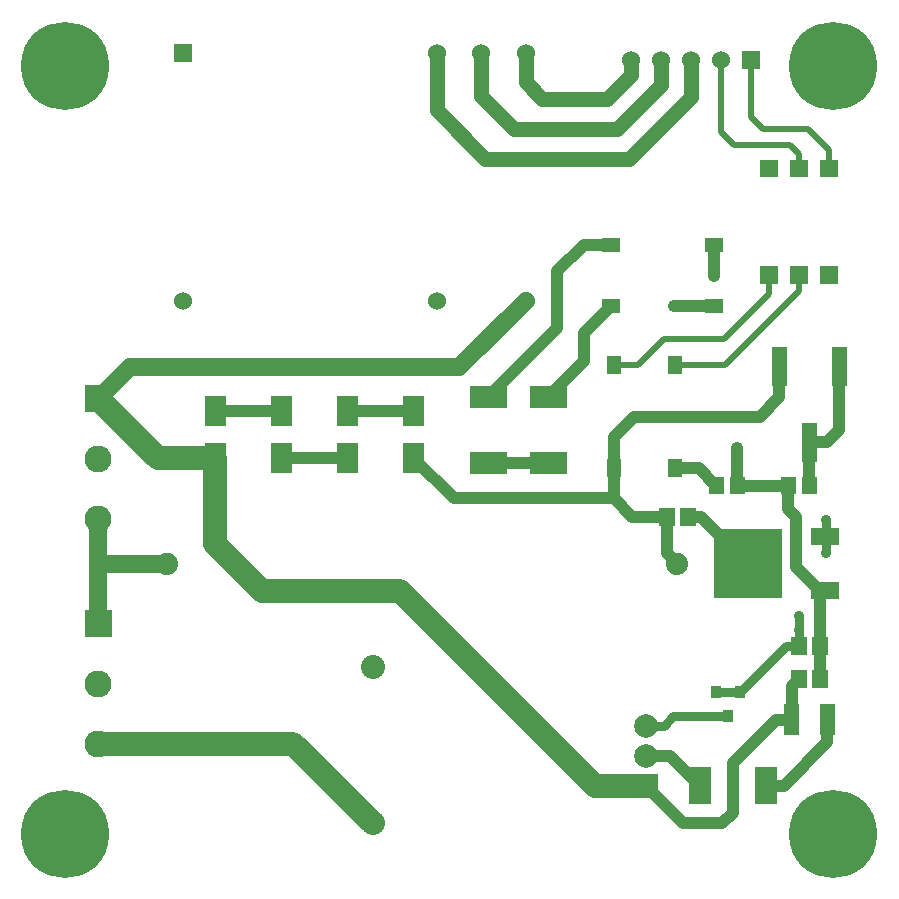
<source format=gbr>
G04 start of page 2 for group 0 idx 0 *
G04 Title: (unknown), top *
G04 Creator: pcb 20110918 *
G04 CreationDate: Sun 21 Dec 2014 03:27:12 AM GMT UTC *
G04 For: petersen *
G04 Format: Gerber/RS-274X *
G04 PCB-Dimensions: 290000 290000 *
G04 PCB-Coordinate-Origin: lower left *
%MOIN*%
%FSLAX25Y25*%
%LNTOP*%
%ADD37C,0.0450*%
%ADD36C,0.0380*%
%ADD35C,0.1285*%
%ADD34C,0.0480*%
%ADD33C,0.0420*%
%ADD32C,0.0550*%
%ADD31C,0.0360*%
%ADD30R,0.0340X0.0340*%
%ADD29R,0.2264X0.2264*%
%ADD28R,0.0551X0.0551*%
%ADD27R,0.0400X0.0400*%
%ADD26R,0.0469X0.0469*%
%ADD25R,0.0709X0.0709*%
%ADD24R,0.0669X0.0669*%
%ADD23R,0.0470X0.0470*%
%ADD22R,0.0512X0.0512*%
%ADD21C,0.0787*%
%ADD20C,0.2937*%
%ADD19C,0.0740*%
%ADD18C,0.0900*%
%ADD17C,0.0001*%
%ADD16C,0.0300*%
%ADD15C,0.0500*%
%ADD14C,0.0400*%
%ADD13C,0.0200*%
%ADD12C,0.0800*%
%ADD11C,0.0600*%
G54D11*X28000Y122000D02*Y87000D01*
G54D12*Y47000D02*X93000D01*
G54D11*X51000Y107000D02*X28000D01*
G54D12*X82500Y98000D02*X67000Y113500D01*
X93000Y47000D02*X119500Y20500D01*
X128500Y98000D02*X82500D01*
X128500D02*X193500Y33000D01*
G54D13*X220250Y173201D02*X236700D01*
X199750D02*X207700D01*
X216500Y182000D01*
X236500D02*X216500D01*
G54D14*X233200Y192750D02*X220000D01*
X199750Y138800D02*Y149250D01*
Y138800D02*Y128750D01*
X206000Y122500D01*
X217457D01*
Y110543D01*
X221000Y107000D01*
X199750Y149250D02*X206500Y156000D01*
X248500D01*
X265000Y147402D02*X270902D01*
X275000Y151500D01*
X220250Y138800D02*X228157D01*
X233957Y133000D01*
X241000Y145500D02*Y133000D01*
X257957D01*
X248500Y156000D02*X255000Y162500D01*
Y172598D01*
X275000Y151500D02*Y172598D01*
X265000Y147402D02*Y133000D01*
X257957D02*Y125043D01*
X260500Y122500D01*
G54D15*X205000Y242000D02*X157000D01*
X166500Y252000D02*X201000D01*
G54D13*X240000Y246500D02*X235500Y251000D01*
Y275000D01*
G54D15*X225500D02*Y262500D01*
X205000Y242000D02*X225500Y262500D01*
X215500Y275000D02*Y266500D01*
X201000Y252000D01*
X205500Y275000D02*Y270000D01*
X197500Y262000D01*
X176000D02*X197500D01*
X170375Y277307D02*Y267625D01*
X176000Y262000D01*
X155611Y277307D02*Y262889D01*
X166500Y252000D01*
X140848Y277307D02*Y258152D01*
X157000Y242000D01*
G54D14*X270905Y55000D02*Y47405D01*
X256500Y33000D01*
X239500Y40500D02*X254000Y55000D01*
X259095D01*
X256500Y33000D02*X250524D01*
X223000Y20500D02*X236000D01*
X239500Y24000D01*
Y40500D01*
X261457Y68500D02*X259095Y66138D01*
G54D16*X241746Y64221D02*X257025Y79500D01*
X261457D01*
G54D14*X259095Y66138D02*Y55000D01*
X268543Y68500D02*Y97957D01*
X260500Y106000D01*
Y122500D02*Y106000D01*
G54D16*X261500Y89500D02*Y79500D01*
X270500Y121500D02*Y110500D01*
X233946Y64221D02*X241746D01*
X210500Y53000D02*X216500D01*
X219521Y56021D01*
X237846D01*
G54D14*X224543Y122500D02*X229000D01*
X244500Y107000D01*
G54D12*X193500Y33000D02*X210500D01*
G54D14*X228476D02*X218476Y43000D01*
X210500D01*
Y33000D02*X223000Y20500D01*
G54D13*X261500Y203283D02*Y198000D01*
X236700Y173201D01*
X251500Y203283D02*Y197000D01*
X236500Y182000D01*
G54D14*X233200Y213250D02*Y203000D01*
G54D13*X271500Y238717D02*Y245000D01*
X264500Y252000D01*
X261500Y238717D02*Y243500D01*
X258500Y246500D01*
X264500Y252000D02*X249500D01*
X245500Y256000D01*
Y275000D01*
X258500Y246500D02*X240000D01*
G54D12*X67000Y113500D02*Y142126D01*
X47874D01*
G54D14*X89000D02*X111000D01*
X199750Y128750D02*X146376D01*
X133000Y142126D01*
X178000Y140476D02*X158000D01*
G54D12*X47874Y142126D02*X28000Y162000D01*
G54D11*X38500Y172500D01*
G54D14*X67000Y157874D02*X89000D01*
X111000D02*X133000D01*
G54D11*X38500Y172500D02*X148245D01*
X170375Y194630D01*
G54D14*X158000Y162524D02*X181000Y185524D01*
Y204500D01*
X189750Y213250D01*
X190000Y183951D02*Y174524D01*
X178000Y162524D01*
X189750Y213250D02*X198800D01*
Y192750D02*X190000Y183951D01*
G54D17*G36*
X23500Y166500D02*Y157500D01*
X32500D01*
Y166500D01*
X23500D01*
G37*
G54D18*X28000Y142000D03*
Y122000D03*
G54D19*X51000Y107000D03*
G54D11*X56202Y194630D03*
G54D12*X119500Y72500D03*
G54D11*X170375Y194630D03*
X140848D03*
G54D12*X119500Y20500D03*
G54D20*X17000Y17000D03*
G54D17*G36*
X23500Y91500D02*Y82500D01*
X32500D01*
Y91500D01*
X23500D01*
G37*
G54D18*X28000Y67000D03*
Y47000D03*
G54D20*X17000Y273000D03*
G54D17*G36*
X53202Y280307D02*Y274307D01*
X59202D01*
Y280307D01*
X53202D01*
G37*
G54D11*X140848Y277307D03*
X155611D03*
X170375D03*
G54D19*X221000Y107000D03*
G54D20*X273000Y273000D03*
G54D17*G36*
X242500Y278000D02*Y272000D01*
X248500D01*
Y278000D01*
X242500D01*
G37*
G54D11*X235500Y275000D03*
X225500D03*
G54D20*X273000Y17000D03*
G54D21*X210500Y53000D03*
Y43000D03*
G54D17*G36*
X206563Y36937D02*Y29063D01*
X214437D01*
Y36937D01*
X206563D01*
G37*
G54D11*X215500Y275000D03*
X205500D03*
G54D22*X217457Y122893D02*Y122107D01*
X224543Y122893D02*Y122107D01*
X233957Y133393D02*Y132607D01*
G54D23*X199750Y139449D02*Y138150D01*
X220250Y139449D02*Y138150D01*
G54D24*X133000Y159449D02*Y156299D01*
X111000Y159449D02*Y156299D01*
X67000Y159449D02*Y156299D01*
G54D25*X155244Y162524D02*X160756D01*
X175244D02*X180756D01*
G54D24*X133000Y143701D02*Y140551D01*
X111000Y143701D02*Y140551D01*
X67000Y143701D02*Y140551D01*
G54D25*X155244Y140476D02*X160756D01*
X175244D02*X180756D01*
G54D24*X89000Y159449D02*Y156299D01*
Y143701D02*Y140551D01*
G54D17*G36*
X268547Y241670D02*Y235764D01*
X274453D01*
Y241670D01*
X268547D01*
G37*
G36*
X258547D02*Y235764D01*
X264453D01*
Y241670D01*
X258547D01*
G37*
G36*
X248547D02*Y235764D01*
X254453D01*
Y241670D01*
X248547D01*
G37*
G36*
Y206236D02*Y200330D01*
X254453D01*
Y206236D01*
X248547D01*
G37*
G36*
X258547D02*Y200330D01*
X264453D01*
Y206236D01*
X258547D01*
G37*
G36*
X268547D02*Y200330D01*
X274453D01*
Y206236D01*
X268547D01*
G37*
G54D23*X220250Y173850D02*Y172551D01*
X199750Y173850D02*Y172551D01*
X198150Y213250D02*X199449D01*
X198150Y192750D02*X199449D01*
X232551D02*X233850D01*
X232551Y213250D02*X233850D01*
G54D26*X275000Y176752D02*Y168445D01*
X255000Y176752D02*Y168445D01*
G54D22*X241043Y133393D02*Y132607D01*
G54D27*X244499Y99913D02*Y97551D01*
Y108181D02*Y105819D01*
Y116449D02*Y114087D01*
G54D28*X268220Y98004D02*X272157D01*
X268220Y115996D02*X272157D01*
G54D29*X244500Y107295D02*Y106705D01*
G54D27*X253653Y99913D02*Y97551D01*
Y108181D02*Y105819D01*
Y116449D02*Y114087D01*
X235346Y99913D02*Y97551D01*
Y108181D02*Y105819D01*
Y116449D02*Y114087D01*
G54D26*X265000Y151555D02*Y143248D01*
G54D22*X265043Y133393D02*Y132607D01*
X257957Y133393D02*Y132607D01*
G54D30*X241746Y64521D02*Y63921D01*
X233946Y64521D02*Y63921D01*
X237846Y56321D02*Y55721D01*
G54D25*X250524Y35756D02*Y30244D01*
X228476Y35756D02*Y30244D01*
G54D22*X259095Y57755D02*Y52245D01*
X268543Y79893D02*Y79107D01*
X261457Y79893D02*Y79107D01*
Y68893D02*Y68107D01*
X268543Y68893D02*Y68107D01*
X270905Y57755D02*Y52245D01*
G54D31*X241000Y145500D03*
Y141000D03*
X270500Y110500D03*
Y121500D03*
X261500Y85000D03*
Y89500D03*
X233200Y203000D03*
Y207500D03*
X168000Y140500D03*
X220000Y192750D03*
X224500D03*
G54D13*G54D32*G54D33*G54D16*G54D34*G54D16*G54D34*G54D35*G54D32*G54D35*G54D16*G54D33*G54D35*G54D36*G54D35*G54D37*G54D36*M02*

</source>
